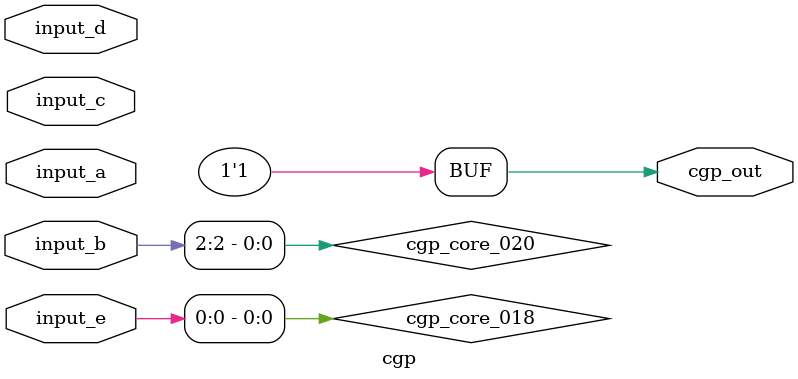
<source format=v>
module cgp(input [2:0] input_a, input [2:0] input_b, input [2:0] input_c, input [2:0] input_d, input [2:0] input_e, output [0:0] cgp_out);
  wire cgp_core_017_not;
  wire cgp_core_018;
  wire cgp_core_020;
  wire cgp_core_023;
  wire cgp_core_026;
  wire cgp_core_028_not;
  wire cgp_core_029;
  wire cgp_core_030;
  wire cgp_core_032;
  wire cgp_core_033;
  wire cgp_core_034;
  wire cgp_core_035;
  wire cgp_core_037;
  wire cgp_core_039;
  wire cgp_core_043;
  wire cgp_core_044;
  wire cgp_core_045;
  wire cgp_core_046;
  wire cgp_core_047;
  wire cgp_core_048;
  wire cgp_core_049;
  wire cgp_core_050;
  wire cgp_core_051;
  wire cgp_core_052;
  wire cgp_core_053;
  wire cgp_core_054;
  wire cgp_core_056;
  wire cgp_core_057;
  wire cgp_core_069;
  wire cgp_core_070;
  wire cgp_core_071;
  wire cgp_core_073;
  wire cgp_core_074;
  wire cgp_core_075;

  assign cgp_core_017_not = ~input_e[0];
  assign cgp_core_018 = input_e[0] & input_e[0];
  assign cgp_core_020 = input_b[2] | input_b[2];
  assign cgp_core_023 = cgp_core_020 | input_a[1];
  assign cgp_core_026 = input_d[1] ^ input_a[0];
  assign cgp_core_028_not = ~input_e[2];
  assign cgp_core_029 = input_c[0] ^ input_e[1];
  assign cgp_core_030 = input_b[2] & cgp_core_017_not;
  assign cgp_core_032 = input_b[1] & input_d[1];
  assign cgp_core_033 = ~input_b[1];
  assign cgp_core_034 = input_b[1] & cgp_core_030;
  assign cgp_core_035 = cgp_core_032 | input_e[1];
  assign cgp_core_037 = ~(input_b[2] ^ cgp_core_026);
  assign cgp_core_039 = ~input_b[2];
  assign cgp_core_043 = input_a[0] ^ input_d[0];
  assign cgp_core_044 = input_d[2] & input_d[0];
  assign cgp_core_045 = ~(input_a[1] ^ input_c[2]);
  assign cgp_core_046 = input_c[2] & input_e[1];
  assign cgp_core_047 = input_a[2] ^ cgp_core_044;
  assign cgp_core_048 = input_c[1] | cgp_core_044;
  assign cgp_core_049 = cgp_core_046 | cgp_core_048;
  assign cgp_core_050 = input_a[2] ^ input_e[0];
  assign cgp_core_051 = input_a[2] & input_d[2];
  assign cgp_core_052 = cgp_core_050 ^ cgp_core_049;
  assign cgp_core_053 = cgp_core_050 & cgp_core_049;
  assign cgp_core_054 = input_e[1] | input_e[2];
  assign cgp_core_056 = ~cgp_core_054;
  assign cgp_core_057 = ~(input_c[2] & input_c[2]);
  assign cgp_core_069 = ~(input_a[0] ^ cgp_core_047);
  assign cgp_core_070 = cgp_core_069 & input_e[2];
  assign cgp_core_071 = ~input_a[2];
  assign cgp_core_073 = input_e[2] | input_a[0];
  assign cgp_core_074 = ~(input_e[2] | cgp_core_043);
  assign cgp_core_075 = ~cgp_core_074;

  assign cgp_out[0] = 1'b1;
endmodule
</source>
